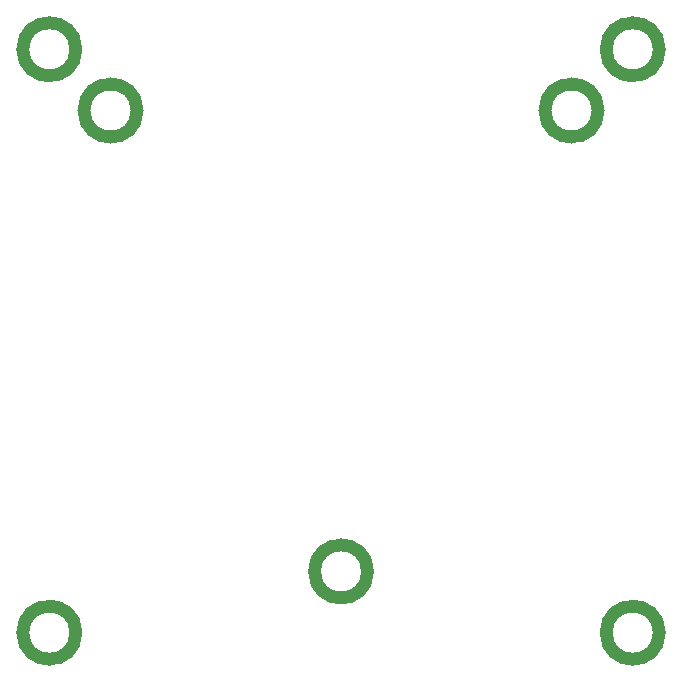
<source format=gts>
G04*
G04 #@! TF.GenerationSoftware,Altium Limited,Altium Designer,22.10.1 (41)*
G04*
G04 Layer_Color=8388736*
%FSLAX25Y25*%
%MOIN*%
G70*
G04*
G04 #@! TF.SameCoordinates,250C4105-873D-48B8-9BDC-DF256EB57D7A*
G04*
G04*
G04 #@! TF.FilePolarity,Negative*
G04*
G01*
G75*
%ADD11C,0.04331*%
D11*
X85681Y76823D02*
G03*
X85681Y76823I-8858J0D01*
G01*
X-67965D02*
G03*
X-67965Y76823I-8858J0D01*
G01*
X8858Y-76823D02*
G03*
X8858Y-76823I-8858J0D01*
G01*
X106088Y97229D02*
G03*
X106088Y97229I-8858J0D01*
G01*
X106088Y-97229D02*
G03*
X106088Y-97229I-8858J0D01*
G01*
X-88371D02*
G03*
X-88371Y-97229I-8858J0D01*
G01*
X-88371Y97229D02*
G03*
X-88371Y97229I-8858J0D01*
G01*
M02*

</source>
